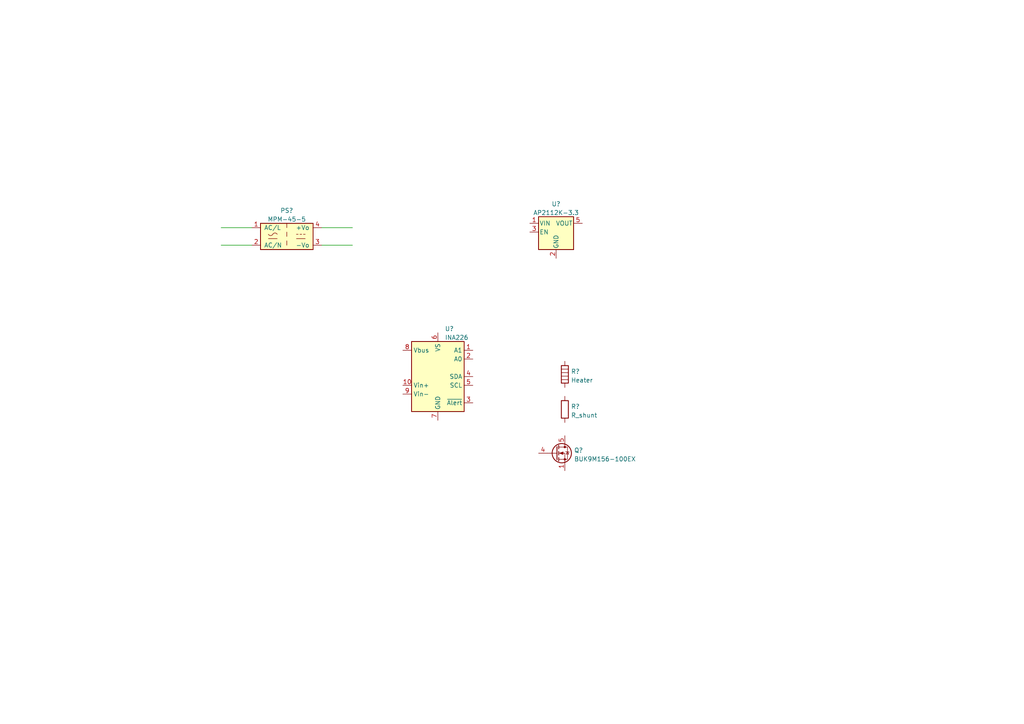
<source format=kicad_sch>
(kicad_sch (version 20211123) (generator eeschema)
  (paper "A4")
  (title_block (title "Feet warmer") (rev "0"))
  (lib_symbols
    (symbol "Analog_ADC:INA226"
      (property "Reference" "U" (at -6.35 11.43 0))
      (property "Value" "INA226" (at 3.81 11.43 0))
      (symbol "INA226_0_1"
        (rectangle (start 7.62 10.16) (end -7.62 -10.16) (stroke (width 0.254)) (fill (type background)))
      )
      (symbol "INA226_1_1"
        (pin input line (at 10.16 7.62 180) (length 2.54) (name "A1") (number "1"))
        (pin input line (at -10.16 -2.54 0) (length 2.54) (name "Vin+") (number "10"))
        (pin input line (at 10.16 5.08 180) (length 2.54) (name "A0") (number "2"))
        (pin open_collector line (at 10.16 -7.62 180) (length 2.54) (name "~{Alert}") (number "3"))
        (pin bidirectional line (at 10.16 0 180) (length 2.54) (name "SDA") (number "4"))
        (pin input line (at 10.16 -2.54 180) (length 2.54) (name "SCL") (number "5"))
        (pin power_in line (at 0 12.7 270) (length 2.54) (name "VS") (number "6"))
        (pin power_in line (at 0 -12.7 90) (length 2.54) (name "GND") (number "7"))
        (pin input line (at -10.16 7.62 0) (length 2.54) (name "Vbus") (number "8"))
        (pin input line (at -10.16 -5.08 0) (length 2.54) (name "Vin-") (number "9"))
      )
    )
    (symbol "Device:Heater" (pin_numbers hide) (pin_names (offset 0))
      (property "Reference" "R" (at 2.032 0 90))
      (property "Value" "Heater" (at -2.032 0 90))
      (symbol "Heater_0_1"
        (rectangle (start -1.016 -2.54) (end 1.016 2.54) (stroke (width 0.254)))
        (polyline (pts (xy -1.016 1.524) (xy 1.016 1.524)))
        (polyline (pts (xy 1.016 -1.524) (xy -1.016 -1.524)))
        (polyline (pts (xy 1.016 -0.508) (xy -1.016 -0.508)))
        (polyline (pts (xy 1.016 0.508) (xy -1.016 0.508)))
      )
      (symbol "Heater_1_1"
        (pin passive line (at 0 3.81 270) (length 1.27) (name "~") (number "1"))
        (pin passive line (at 0 -3.81 90) (length 1.27) (name "~") (number "2"))
      )
    )
    (symbol "Device:R" (pin_numbers hide) (pin_names (offset 0))
      (property "Reference" "R" (at 2.032 0 90))
      (property "Value" "R" (at 0 0 90))
      (symbol "R_0_1"
        (rectangle (start -1.016 -2.54) (end 1.016 2.54) (stroke (width 0.254)))
      )
      (symbol "R_1_1"
        (pin passive line (at 0 3.81 270) (length 1.27) (name "~") (number "1"))
        (pin passive line (at 0 -3.81 90) (length 1.27) (name "~") (number "2"))
      )
    )
    (symbol "MPM-45-5:MPM-45-5" (pin_names (offset 1.016))
      (property "Reference" "PS" (at -1.27 3.81 0))
      (property "Value" "MPM-45-5" (at -11.43 -7.62 0))
      (symbol "MPM-45-5_0_1"
        (rectangle (start -7.62 3.81) (end 7.62 -3.81) (stroke (width 0.254)) (fill (type background)))
        (arc (start -5.334 0.635) (mid -4.699 0.2495) (end -4.064 0.635))
        (arc (start -2.794 0.635) (mid -3.429 1.0072) (end -4.064 0.635))
        (polyline (pts (xy -5.334 -0.635) (xy -2.794 -0.635)))
        (polyline (pts (xy 0 -1.27) (xy 0 -2.54)))
        (polyline (pts (xy 0 1.27) (xy 0 0)))
        (polyline (pts (xy 0 3.81) (xy 0 2.54)))
        (polyline (pts (xy 2.794 -0.635) (xy 5.334 -0.635)))
        (polyline (pts (xy 2.794 0.635) (xy 3.302 0.635)))
        (polyline (pts (xy 3.81 0.635) (xy 4.318 0.635)))
        (polyline (pts (xy 4.826 0.635) (xy 5.334 0.635)))
      )
      (symbol "MPM-45-5_1_1"
        (pin power_in line (at -10.16 2.54 0) (length 2.54) (name "AC/L") (number "1"))
        (pin power_in line (at -10.16 -2.54 0) (length 2.54) (name "AC/N") (number "2"))
        (pin power_out line (at 10.16 -2.54 180) (length 2.54) (name "-Vo") (number "3"))
        (pin power_out line (at 10.16 2.54 180) (length 2.54) (name "+Vo") (number "4"))
      )
    )
    (symbol "Regulator_Linear:AP2112K-3.3" (pin_names (offset 0.254))
      (property "Reference" "U" (at -5.08 5.715 0))
      (property "Value" "AP2112K-3.3" (at 0 5.715 0))
      (symbol "AP2112K-3.3_0_1"
        (rectangle (start -5.08 4.445) (end 5.08 -5.08) (stroke (width 0.254)) (fill (type background)))
      )
      (symbol "AP2112K-3.3_1_1"
        (pin power_in line (at -7.62 2.54 0) (length 2.54) (name "VIN") (number "1"))
        (pin power_in line (at 0 -7.62 90) (length 2.54) (name "GND") (number "2"))
        (pin input line (at -7.62 0 0) (length 2.54) (name "EN") (number "3"))
        (pin no_connect line (at 5.08 0 180) (length 2.54) hide (name "NC") (number "4"))
        (pin power_out line (at 7.62 2.54 180) (length 2.54) (name "VOUT") (number "5"))
      )
    )
    (symbol "Transistor_FET:BUK9M156-100EX" (pin_names hide)
      (property "Reference" "Q" (at 5.08 1.905 0))
      (property "Value" "BUK9M156-100EX" (at 5.08 0 0))
      (symbol "BUK9M156-100EX_0_1"
        (polyline (pts (xy 0.254 0) (xy -2.54 0)))
        (polyline (pts (xy 0.254 1.905) (xy 0.254 -1.905)) (stroke (width 0.254)))
        (polyline (pts (xy 0.762 -1.27) (xy 0.762 -2.286)) (stroke (width 0.254)))
        (polyline (pts (xy 0.762 0.508) (xy 0.762 -0.508)) (stroke (width 0.254)))
        (polyline (pts (xy 0.762 2.286) (xy 0.762 1.27)) (stroke (width 0.254)))
        (polyline (pts (xy 2.54 2.54) (xy 2.54 1.778)))
        (polyline (pts (xy 2.54 -2.54) (xy 2.54 0) (xy 0.762 0)))
        (polyline (pts (xy 0.762 -1.778) (xy 3.302 -1.778) (xy 3.302 1.778) (xy 0.762 1.778)))
        (polyline (pts (xy 1.016 0) (xy 2.032 0.381) (xy 2.032 -0.381) (xy 1.016 0)) (fill (type outline)))
        (polyline (pts (xy 2.794 0.508) (xy 2.921 0.381) (xy 3.683 0.381) (xy 3.81 0.254)))
        (polyline (pts (xy 3.302 0.381) (xy 2.921 -0.254) (xy 3.683 -0.254) (xy 3.302 0.381)))
        (circle (center 1.651 0) (radius 2.794) (stroke (width 0.254)))
        (circle (center 2.54 -1.778) (radius 0.254) (fill (type outline)))
        (circle (center 2.54 1.778) (radius 0.254) (fill (type outline)))
      )
      (symbol "BUK9M156-100EX_1_1"
        (pin passive line (at 2.54 -5.08 90) (length 2.54) (name "S") (number "1"))
        (pin passive line (at 2.54 -5.08 90) (length 2.54) hide (name "S") (number "2"))
        (pin passive line (at 2.54 -5.08 90) (length 2.54) hide (name "S") (number "3"))
        (pin passive line (at -5.08 0 0) (length 2.54) (name "G") (number "4"))
        (pin passive line (at 2.54 5.08 270) (length 2.54) (name "D") (number "5"))
      )
    )
  )
  (wire (pts (xy 93.345 66.04) (xy 102.235 66.04)))
  (wire (pts (xy 64.135 66.04) (xy 73.025 66.04)))
  (wire (pts (xy 64.135 71.12) (xy 73.025 71.12)))
  (wire (pts (xy 93.345 71.12) (xy 102.235 71.12)))
  (symbol (lib_id "Transistor_FET:BUK9M156-100EX") (at 161.29 131.445 0) (unit 1)
    (property "Reference" "Q?" (at 166.497 130.6103 0) (effects (justify left)))
    (property "Value" "BUK9M156-100EX" (at 166.497 133.1472 0) (effects (justify left)))
    (property "Footprint" "Package_TO_SOT_SMD:LFPAK33" (effects hide))
    (property "Datasheet" "https://assets.nexperia.com/documents/data-sheet/BUK9M156-100E.pdf" (effects hide))
  )
  (symbol (lib_id "Device:R") (at 163.83 118.745 0) (unit 1)
    (property "Reference" "R?" (at 165.608 117.9103 0) (effects (justify left)))
    (property "Value" "R_shunt" (at 165.608 120.4472 0) (effects (justify left)))
  )
  (symbol (lib_id "Analog_ADC:INA226") (at 127 109.22 0) (unit 1)
    (property "Reference" "U?" (at 129.0194 95.3602 0) (effects (justify left)))
    (property "Value" "INA226" (at 129.0194 97.8971 0) (effects (justify left)))
    (property "Footprint" "Package_SO:VSSOP-10_3x3mm_P0.5mm" (effects hide))
    (property "Datasheet" "http://www.ti.com/lit/ds/symlink/ina226.pdf" (effects hide))
  )
  (symbol (lib_id "Regulator_Linear:AP2112K-3.3") (at 161.29 67.31 0) (unit 1)
    (property "Reference" "U?" (at 161.29 59.1652 0))
    (property "Value" "AP2112K-3.3" (at 161.29 61.7021 0))
    (property "Footprint" "Package_TO_SOT_SMD:SOT-23-5" (effects hide))
    (property "Datasheet" "https://www.diodes.com/assets/Datasheets/AP2112.pdf" (effects hide))
  )
  (symbol (lib_id "MPM-45-5:MPM-45-5") (at 83.185 68.58 0) (unit 1)
    (property "Reference" "PS?" (at 83.185 61.0702 0))
    (property "Value" "MPM-45-5" (at 83.185 63.6071 0))
    (property "Footprint" "MPM-45-45" (effects hide))
    (property "SNAPEDA_PACKAGE_ID" "67483" (effects hide))
    (property "STANDARD" "IPC-7251" (effects hide))
    (property "MANUFACTURER" "Meanwell" (effects hide))
  )
  (symbol (lib_id "Device:Heater") (at 163.83 108.585 0) (unit 1)
    (property "Reference" "R?" (at 165.608 107.7503 0) (effects (justify left)))
    (property "Value" "Heater" (at 165.608 110.2872 0) (effects (justify left)))
  )
)
</source>
